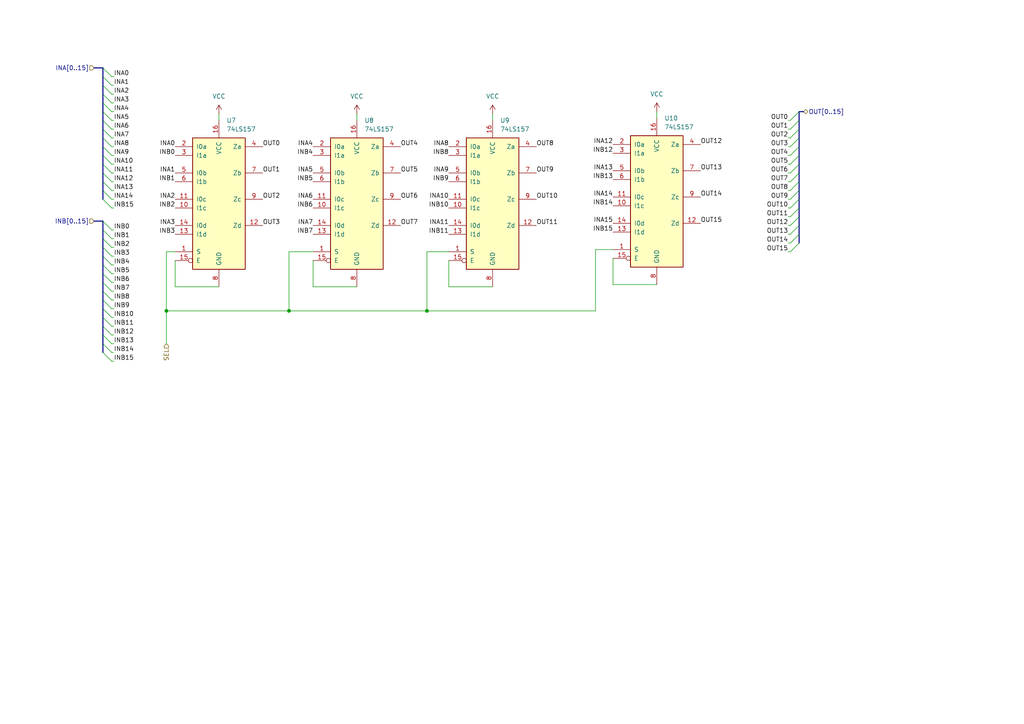
<source format=kicad_sch>
(kicad_sch (version 20231120) (generator "eeschema") (generator_version "8.0")
  (paper "A4")
  (lib_symbols
    (symbol "74xx:74LS157" (pin_names (offset 1.016))
      (property "Reference" "U" (at -7.62 19.05 0))
      (property "Value" "74LS157" (at -7.62 -21.59 0))
      (symbol "74LS157_1_0"
        (pin input line (at -12.7 -15.24 0) (length 5.08) (name "S") (number "1"))
        (pin input line (at -12.7 -2.54 0) (length 5.08) (name "I1c") (number "10"))
        (pin input line (at -12.7 0 0) (length 5.08) (name "I0c") (number "11"))
        (pin output line (at 12.7 -7.62 180) (length 5.08) (name "Zd") (number "12"))
        (pin input line (at -12.7 -10.16 0) (length 5.08) (name "I1d") (number "13"))
        (pin input line (at -12.7 -7.62 0) (length 5.08) (name "I0d") (number "14"))
        (pin input inverted (at -12.7 -17.78 0) (length 5.08) (name "E") (number "15"))
        (pin power_in line (at 0 22.86 270) (length 5.08) (name "VCC") (number "16"))
        (pin input line (at -12.7 15.24 0) (length 5.08) (name "I0a") (number "2"))
        (pin input line (at -12.7 12.7 0) (length 5.08) (name "I1a") (number "3"))
        (pin output line (at 12.7 15.24 180) (length 5.08) (name "Za") (number "4"))
        (pin input line (at -12.7 7.62 0) (length 5.08) (name "I0b") (number "5"))
        (pin input line (at -12.7 5.08 0) (length 5.08) (name "I1b") (number "6"))
        (pin output line (at 12.7 7.62 180) (length 5.08) (name "Zb") (number "7"))
        (pin power_in line (at 0 -25.4 90) (length 5.08) (name "GND") (number "8"))
        (pin output line (at 12.7 0 180) (length 5.08) (name "Zc") (number "9"))
      )
      (symbol "74LS157_1_1"
        (rectangle (start -7.62 17.78) (end 7.62 -20.32) (stroke (width 0.254)) (fill (type background)))
      )
    )
    (symbol "power:VCC" (power) (pin_numbers hide) (pin_names (offset 0) hide)
      (property "Value" "VCC" (at 0 3.556 0))
      (symbol "VCC_0_1"
        (polyline (pts (xy -0.762 1.27) (xy 0 2.54)))
        (polyline (pts (xy 0 0) (xy 0 2.54)))
        (polyline (pts (xy 0 2.54) (xy 0.762 1.27)))
      )
      (symbol "VCC_1_1"
        (pin power_in line (at 0 0 90) (length 0) (name "~") (number "1"))
      )
    )
  )
  (junction (at 123.825 90.17))
  (junction (at 48.26 90.17))
  (junction (at 83.82 90.17))
  (bus_entry (at 231.775 70.485) (size -2.54 2.54))
  (bus_entry (at 29.845 24.765) (size 2.54 2.54))
  (bus_entry (at 29.845 76.835) (size 2.54 2.54))
  (bus_entry (at 231.775 60.325) (size -2.54 2.54))
  (bus_entry (at 231.775 62.865) (size -2.54 2.54))
  (bus_entry (at 29.845 64.135) (size 2.54 2.54))
  (bus_entry (at 231.775 42.545) (size -2.54 2.54))
  (bus_entry (at 29.845 40.005) (size 2.54 2.54))
  (bus_entry (at 29.845 22.225) (size 2.54 2.54))
  (bus_entry (at 29.845 19.685) (size 2.54 2.54))
  (bus_entry (at 231.775 40.005) (size -2.54 2.54))
  (bus_entry (at 29.845 42.545) (size 2.54 2.54))
  (bus_entry (at 29.845 81.915) (size 2.54 2.54))
  (bus_entry (at 29.845 79.375) (size 2.54 2.54))
  (bus_entry (at 231.775 65.405) (size -2.54 2.54))
  (bus_entry (at 231.775 57.785) (size -2.54 2.54))
  (bus_entry (at 29.845 45.085) (size 2.54 2.54))
  (bus_entry (at 29.845 74.295) (size 2.54 2.54))
  (bus_entry (at 29.845 84.455) (size 2.54 2.54))
  (bus_entry (at 29.845 99.695) (size 2.54 2.54))
  (bus_entry (at 231.775 47.625) (size -2.54 2.54))
  (bus_entry (at 29.845 94.615) (size 2.54 2.54))
  (bus_entry (at 29.845 69.215) (size 2.54 2.54))
  (bus_entry (at 29.845 89.535) (size 2.54 2.54))
  (bus_entry (at 29.845 92.075) (size 2.54 2.54))
  (bus_entry (at 29.845 34.925) (size 2.54 2.54))
  (bus_entry (at 231.775 67.945) (size -2.54 2.54))
  (bus_entry (at 29.845 55.245) (size 2.54 2.54))
  (bus_entry (at 29.845 86.995) (size 2.54 2.54))
  (bus_entry (at 231.775 52.705) (size -2.54 2.54))
  (bus_entry (at 29.845 50.165) (size 2.54 2.54))
  (bus_entry (at 231.775 55.245) (size -2.54 2.54))
  (bus_entry (at 29.845 27.305) (size 2.54 2.54))
  (bus_entry (at 231.775 50.165) (size -2.54 2.54))
  (bus_entry (at 231.775 37.465) (size -2.54 2.54))
  (bus_entry (at 29.845 47.625) (size 2.54 2.54))
  (bus_entry (at 29.845 71.755) (size 2.54 2.54))
  (bus_entry (at 29.845 37.465) (size 2.54 2.54))
  (bus_entry (at 231.775 32.385) (size -2.54 2.54))
  (bus_entry (at 29.845 57.785) (size 2.54 2.54))
  (bus_entry (at 29.845 66.675) (size 2.54 2.54))
  (bus_entry (at 29.845 97.155) (size 2.54 2.54))
  (bus_entry (at 231.775 45.085) (size -2.54 2.54))
  (bus_entry (at 29.845 29.845) (size 2.54 2.54))
  (bus_entry (at 29.845 102.235) (size 2.54 2.54))
  (bus_entry (at 29.845 32.385) (size 2.54 2.54))
  (bus_entry (at 29.845 52.705) (size 2.54 2.54))
  (bus_entry (at 231.775 34.925) (size -2.54 2.54))
  (bus (pts (xy 27.305 19.685) (xy 29.845 19.685)))
  (wire (pts (xy 228.6 34.925) (xy 229.235 34.925)))
  (wire (pts (xy 90.805 83.185) (xy 103.505 83.185)))
  (wire (pts (xy 32.385 47.625) (xy 33.02 47.625)))
  (wire (pts (xy 228.6 52.705) (xy 229.235 52.705)))
  (wire (pts (xy 190.5 32.385) (xy 190.5 34.29)))
  (wire (pts (xy 142.875 33.02) (xy 142.875 34.925)))
  (wire (pts (xy 32.385 45.085) (xy 33.02 45.085)))
  (wire (pts (xy 32.385 94.615) (xy 33.02 94.615)))
  (wire (pts (xy 172.72 90.17) (xy 172.72 72.39)))
  (wire (pts (xy 123.825 90.17) (xy 123.825 73.025)))
  (wire (pts (xy 228.6 65.405) (xy 229.235 65.405)))
  (wire (pts (xy 123.825 73.025) (xy 130.175 73.025)))
  (wire (pts (xy 48.26 99.695) (xy 48.26 90.17)))
  (wire (pts (xy 228.6 60.325) (xy 229.235 60.325)))
  (wire (pts (xy 48.26 73.025) (xy 50.8 73.025)))
  (bus (pts (xy 29.845 42.545) (xy 29.845 45.085)))
  (wire (pts (xy 177.8 74.93) (xy 177.8 82.55)))
  (wire (pts (xy 172.72 72.39) (xy 177.8 72.39)))
  (wire (pts (xy 32.385 24.765) (xy 33.02 24.765)))
  (wire (pts (xy 228.6 55.245) (xy 229.235 55.245)))
  (bus (pts (xy 231.775 62.865) (xy 231.775 65.405)))
  (bus (pts (xy 233.045 32.385) (xy 231.775 32.385)))
  (bus (pts (xy 29.845 37.465) (xy 29.845 40.005)))
  (bus (pts (xy 231.775 37.465) (xy 231.775 40.005)))
  (wire (pts (xy 32.385 60.325) (xy 33.02 60.325)))
  (wire (pts (xy 32.385 97.155) (xy 33.02 97.155)))
  (wire (pts (xy 83.82 90.17) (xy 123.825 90.17)))
  (wire (pts (xy 228.6 47.625) (xy 229.235 47.625)))
  (bus (pts (xy 29.845 76.835) (xy 29.845 79.375)))
  (bus (pts (xy 231.775 47.625) (xy 231.775 50.165)))
  (bus (pts (xy 231.775 40.005) (xy 231.775 42.545)))
  (bus (pts (xy 29.845 52.705) (xy 29.845 55.245)))
  (bus (pts (xy 231.775 50.165) (xy 231.775 52.705)))
  (wire (pts (xy 228.6 42.545) (xy 229.235 42.545)))
  (wire (pts (xy 32.385 50.165) (xy 33.02 50.165)))
  (wire (pts (xy 130.175 75.565) (xy 130.175 83.185)))
  (bus (pts (xy 29.845 89.535) (xy 29.845 92.075)))
  (bus (pts (xy 29.845 74.295) (xy 29.845 76.835)))
  (wire (pts (xy 32.385 32.385) (xy 33.02 32.385)))
  (wire (pts (xy 228.6 73.025) (xy 229.235 73.025)))
  (bus (pts (xy 29.845 40.005) (xy 29.845 42.545)))
  (wire (pts (xy 32.385 40.005) (xy 33.02 40.005)))
  (bus (pts (xy 29.845 32.385) (xy 29.845 34.925)))
  (bus (pts (xy 29.845 22.225) (xy 29.845 24.765)))
  (wire (pts (xy 32.385 34.925) (xy 33.02 34.925)))
  (wire (pts (xy 228.6 50.165) (xy 229.235 50.165)))
  (wire (pts (xy 48.26 90.17) (xy 48.26 73.025)))
  (wire (pts (xy 32.385 92.075) (xy 33.02 92.075)))
  (bus (pts (xy 29.845 19.685) (xy 29.845 22.225)))
  (wire (pts (xy 32.385 29.845) (xy 33.02 29.845)))
  (bus (pts (xy 231.775 32.385) (xy 231.775 34.925)))
  (bus (pts (xy 29.845 84.455) (xy 29.845 86.995)))
  (bus (pts (xy 29.845 97.155) (xy 29.845 99.695)))
  (bus (pts (xy 231.775 65.405) (xy 231.775 67.945)))
  (wire (pts (xy 228.6 45.085) (xy 229.235 45.085)))
  (wire (pts (xy 228.6 62.865) (xy 229.235 62.865)))
  (bus (pts (xy 29.845 81.915) (xy 29.845 84.455)))
  (wire (pts (xy 123.825 90.17) (xy 172.72 90.17)))
  (bus (pts (xy 29.845 69.215) (xy 29.845 71.755)))
  (bus (pts (xy 29.845 66.675) (xy 29.845 69.215)))
  (bus (pts (xy 231.775 55.245) (xy 231.775 57.785)))
  (wire (pts (xy 32.385 57.785) (xy 33.02 57.785)))
  (wire (pts (xy 130.175 83.185) (xy 142.875 83.185)))
  (wire (pts (xy 32.385 89.535) (xy 33.02 89.535)))
  (wire (pts (xy 50.8 75.565) (xy 50.8 83.185)))
  (wire (pts (xy 177.8 82.55) (xy 190.5 82.55)))
  (wire (pts (xy 32.385 104.775) (xy 33.02 104.775)))
  (wire (pts (xy 90.805 75.565) (xy 90.805 83.185)))
  (bus (pts (xy 231.775 34.925) (xy 231.775 37.465)))
  (wire (pts (xy 228.6 40.005) (xy 229.235 40.005)))
  (bus (pts (xy 29.845 34.925) (xy 29.845 37.465)))
  (bus (pts (xy 29.845 64.135) (xy 29.845 66.675)))
  (bus (pts (xy 231.775 45.085) (xy 231.775 47.625)))
  (wire (pts (xy 32.385 42.545) (xy 33.02 42.545)))
  (bus (pts (xy 29.845 29.845) (xy 29.845 32.385)))
  (bus (pts (xy 29.845 94.615) (xy 29.845 97.155)))
  (bus (pts (xy 231.775 57.785) (xy 231.775 60.325)))
  (bus (pts (xy 29.845 79.375) (xy 29.845 81.915)))
  (wire (pts (xy 32.385 37.465) (xy 33.02 37.465)))
  (wire (pts (xy 228.6 57.785) (xy 229.235 57.785)))
  (wire (pts (xy 32.385 66.675) (xy 33.02 66.675)))
  (bus (pts (xy 29.845 47.625) (xy 29.845 50.165)))
  (wire (pts (xy 32.385 52.705) (xy 33.02 52.705)))
  (bus (pts (xy 29.845 92.075) (xy 29.845 94.615)))
  (bus (pts (xy 29.845 45.085) (xy 29.845 47.625)))
  (bus (pts (xy 231.775 52.705) (xy 231.775 55.245)))
  (bus (pts (xy 29.845 24.765) (xy 29.845 27.305)))
  (bus (pts (xy 231.775 67.945) (xy 231.775 70.485)))
  (wire (pts (xy 32.385 55.245) (xy 33.02 55.245)))
  (wire (pts (xy 48.26 90.17) (xy 83.82 90.17)))
  (wire (pts (xy 32.385 81.915) (xy 33.02 81.915)))
  (wire (pts (xy 32.385 84.455) (xy 33.02 84.455)))
  (wire (pts (xy 228.6 70.485) (xy 229.235 70.485)))
  (bus (pts (xy 29.845 99.695) (xy 29.845 102.235)))
  (bus (pts (xy 29.845 86.995) (xy 29.845 89.535)))
  (bus (pts (xy 29.845 50.165) (xy 29.845 52.705)))
  (wire (pts (xy 228.6 37.465) (xy 229.235 37.465)))
  (wire (pts (xy 83.82 73.025) (xy 90.805 73.025)))
  (wire (pts (xy 228.6 67.945) (xy 229.235 67.945)))
  (bus (pts (xy 27.305 64.135) (xy 29.845 64.135)))
  (bus (pts (xy 231.775 60.325) (xy 231.775 62.865)))
  (bus (pts (xy 29.845 27.305) (xy 29.845 29.845)))
  (wire (pts (xy 83.82 90.17) (xy 83.82 73.025)))
  (bus (pts (xy 29.845 71.755) (xy 29.845 74.295)))
  (wire (pts (xy 32.385 79.375) (xy 33.02 79.375)))
  (wire (pts (xy 32.385 76.835) (xy 33.02 76.835)))
  (wire (pts (xy 103.505 33.02) (xy 103.505 34.925)))
  (wire (pts (xy 32.385 74.295) (xy 33.02 74.295)))
  (wire (pts (xy 32.385 102.235) (xy 33.02 102.235)))
  (wire (pts (xy 32.385 27.305) (xy 33.02 27.305)))
  (wire (pts (xy 32.385 99.695) (xy 33.02 99.695)))
  (wire (pts (xy 63.5 33.02) (xy 63.5 34.925)))
  (wire (pts (xy 32.385 86.995) (xy 33.02 86.995)))
  (wire (pts (xy 32.385 71.755) (xy 33.02 71.755)))
  (bus (pts (xy 29.845 55.245) (xy 29.845 57.785)))
  (wire (pts (xy 32.385 22.225) (xy 33.02 22.225)))
  (bus (pts (xy 231.775 42.545) (xy 231.775 45.085)))
  (wire (pts (xy 32.385 69.215) (xy 33.02 69.215)))
  (wire (pts (xy 50.8 83.185) (xy 63.5 83.185)))
  (label "OUT9" (at 228.6 57.785 180))
  (label "INA6" (at 33.02 37.465 0))
  (label "INB11" (at 130.175 67.945 180))
  (label "OUT4" (at 116.205 42.545 0))
  (label "INB7" (at 90.805 67.945 180))
  (label "OUT10" (at 228.6 60.325 180))
  (label "INA5" (at 33.02 34.925 0))
  (label "INA11" (at 130.175 65.405 180))
  (label "OUT5" (at 116.205 50.165 0))
  (label "OUT1" (at 76.2 50.165 0))
  (label "INB8" (at 33.02 86.995 0))
  (label "INB4" (at 33.02 76.835 0))
  (label "OUT0" (at 76.2 42.545 0))
  (label "INB1" (at 33.02 69.215 0))
  (label "INA5" (at 90.805 50.165 180))
  (label "INA9" (at 130.175 50.165 180))
  (label "INB3" (at 33.02 74.295 0))
  (label "INA10" (at 130.175 57.785 180))
  (label "OUT15" (at 203.2 64.77 0))
  (label "INB6" (at 33.02 81.915 0))
  (label "INB1" (at 50.8 52.705 180))
  (label "INB0" (at 50.8 45.085 180))
  (label "INA1" (at 50.8 50.165 180))
  (label "OUT15" (at 228.6 73.025 180))
  (label "INA13" (at 33.02 55.245 0))
  (label "INA0" (at 50.8 42.545 180))
  (label "INA10" (at 33.02 47.625 0))
  (label "OUT6" (at 228.6 50.165 180))
  (label "INB3" (at 50.8 67.945 180))
  (label "INB5" (at 33.02 79.375 0))
  (label "INB13" (at 177.8 52.07 180))
  (label "INB11" (at 33.02 94.615 0))
  (label "OUT6" (at 116.205 57.785 0))
  (label "OUT10" (at 155.575 57.785 0))
  (label "INA4" (at 33.02 32.385 0))
  (label "OUT11" (at 228.6 62.865 180))
  (label "INA12" (at 177.8 41.91 180))
  (label "INA14" (at 177.8 57.15 180))
  (label "INB14" (at 33.02 102.235 0))
  (label "INB8" (at 130.175 45.085 180))
  (label "INB5" (at 90.805 52.705 180))
  (label "OUT5" (at 228.6 47.625 180))
  (label "OUT8" (at 228.6 55.245 180))
  (label "OUT11" (at 155.575 65.405 0))
  (label "INB2" (at 50.8 60.325 180))
  (label "OUT12" (at 203.2 41.91 0))
  (label "OUT7" (at 116.205 65.405 0))
  (label "INB4" (at 90.805 45.085 180))
  (label "INB15" (at 177.8 67.31 180))
  (label "INA3" (at 50.8 65.405 180))
  (label "INB14" (at 177.8 59.69 180))
  (label "INB2" (at 33.02 71.755 0))
  (label "INB6" (at 90.805 60.325 180))
  (label "INA0" (at 33.02 22.225 0))
  (label "OUT12" (at 228.6 65.405 180))
  (label "OUT13" (at 228.6 67.945 180))
  (label "INB12" (at 33.02 97.155 0))
  (label "INA8" (at 130.175 42.545 180))
  (label "INA7" (at 90.805 65.405 180))
  (label "INB10" (at 33.02 92.075 0))
  (label "OUT9" (at 155.575 50.165 0))
  (label "OUT13" (at 203.2 49.53 0))
  (label "INB15" (at 33.02 104.775 0))
  (label "INB12" (at 177.8 44.45 180))
  (label "INA12" (at 33.02 52.705 0))
  (label "INB9" (at 33.02 89.535 0))
  (label "INA6" (at 90.805 57.785 180))
  (label "OUT1" (at 228.6 37.465 180))
  (label "OUT2" (at 76.2 57.785 0))
  (label "INB7" (at 33.02 84.455 0))
  (label "OUT7" (at 228.6 52.705 180))
  (label "INB13" (at 33.02 99.695 0))
  (label "INA4" (at 90.805 42.545 180))
  (label "OUT14" (at 228.6 70.485 180))
  (label "INA11" (at 33.02 50.165 0))
  (label "OUT2" (at 228.6 40.005 180))
  (label "INB9" (at 130.175 52.705 180))
  (label "INA1" (at 33.02 24.765 0))
  (label "OUT14" (at 203.2 57.15 0))
  (label "INA7" (at 33.02 40.005 0))
  (label "INA2" (at 33.02 27.305 0))
  (label "INA14" (at 33.02 57.785 0))
  (label "INB0" (at 33.02 66.675 0))
  (label "INA9" (at 33.02 45.085 0))
  (label "OUT3" (at 76.2 65.405 0))
  (label "INA3" (at 33.02 29.845 0))
  (label "INA15" (at 177.8 64.77 180))
  (label "INA13" (at 177.8 49.53 180))
  (label "OUT4" (at 228.6 45.085 180))
  (label "OUT8" (at 155.575 42.545 0))
  (label "INA8" (at 33.02 42.545 0))
  (label "INA2" (at 50.8 57.785 180))
  (label "INB15" (at 33.02 60.325 0))
  (label "OUT3" (at 228.6 42.545 180))
  (label "INB10" (at 130.175 60.325 180))
  (label "OUT0" (at 228.6 34.925 180))
  (hierarchical_label "INB[0..15]" (shape input) (at 27.305 64.135 180))
  (hierarchical_label "SEL" (shape input) (at 48.26 99.695 270))
  (hierarchical_label "OUT[0..15]" (shape bidirectional) (at 233.045 32.385 0))
  (hierarchical_label "INA[0..15]" (shape input) (at 27.305 19.685 180))
  (symbol (lib_id "power:VCC") (at 103.505 33.02 0) (unit 1)
    (property "Reference" "#PWR014" (effects (hide yes)))
    (property "Value" "VCC" (at 103.505 27.94 0))
    (property "Description" "Power symbol creates a global label with name \"VCC\"" (effects (hide yes)))
    (instances (project "AOS16 Double Buffer" (path "" (reference "#PWR014") (unit 1)) (path "" (reference "#PWR08") (unit 1)) (path "" (reference "#PWR024") (unit 1)) (path "" (reference "#PWR018") (unit 1))))
  )
  (symbol (lib_id "74xx:74LS157") (at 142.875 57.785 0) (unit 1)
    (property "Reference" "U9" (at 145.0691 34.925 0) (effects (justify left)))
    (property "Value" "74LS157" (at 145.0691 37.465 0) (effects (justify left)))
    (property "Footprint" "Package_DIP:DIP-16_W7.62mm" (effects (hide yes)))
    (property "Datasheet" "http://www.ti.com/lit/gpn/sn74LS157" (effects (hide yes)))
    (property "Description" "Quad 2 to 1 line Multiplexer" (effects (hide yes)))
    (instances (project "AOS16 Double Buffer" (path "" (reference "U9") (unit 1)) (path "" (reference "U5") (unit 1)) (path "" (reference "U17") (unit 1)) (path "" (reference "U13") (unit 1))))
  )
  (symbol (lib_id "74xx:74LS157") (at 190.5 57.15 0) (unit 1)
    (property "Reference" "U10" (at 192.6941 34.29 0) (effects (justify left)))
    (property "Value" "74LS157" (at 192.6941 36.83 0) (effects (justify left)))
    (property "Footprint" "Package_DIP:DIP-16_W7.62mm" (effects (hide yes)))
    (property "Datasheet" "http://www.ti.com/lit/gpn/sn74LS157" (effects (hide yes)))
    (property "Description" "Quad 2 to 1 line Multiplexer" (effects (hide yes)))
    (instances (project "AOS16 Double Buffer" (path "" (reference "U10") (unit 1)) (path "" (reference "U6") (unit 1)) (path "" (reference "U18") (unit 1)) (path "" (reference "U14") (unit 1))))
  )
  (symbol (lib_id "power:VCC") (at 63.5 33.02 0) (unit 1)
    (property "Reference" "#PWR013" (effects (hide yes)))
    (property "Value" "VCC" (at 63.5 27.94 0))
    (property "Description" "Power symbol creates a global label with name \"VCC\"" (effects (hide yes)))
    (instances (project "AOS16 Double Buffer" (path "" (reference "#PWR013") (unit 1)) (path "" (reference "#PWR07") (unit 1)) (path "" (reference "#PWR023") (unit 1)) (path "" (reference "#PWR017") (unit 1))))
  )
  (symbol (lib_id "power:VCC") (at 142.875 33.02 0) (unit 1)
    (property "Reference" "#PWR015" (effects (hide yes)))
    (property "Value" "VCC" (at 142.875 27.94 0))
    (property "Description" "Power symbol creates a global label with name \"VCC\"" (effects (hide yes)))
    (instances (project "AOS16 Double Buffer" (path "" (reference "#PWR015") (unit 1)) (path "" (reference "#PWR09") (unit 1)) (path "" (reference "#PWR025") (unit 1)) (path "" (reference "#PWR019") (unit 1))))
  )
  (symbol (lib_id "74xx:74LS157") (at 63.5 57.785 0) (unit 1)
    (property "Reference" "U7" (at 65.6941 34.925 0) (effects (justify left)))
    (property "Value" "74LS157" (at 65.6941 37.465 0) (effects (justify left)))
    (property "Footprint" "Package_DIP:DIP-16_W7.62mm" (effects (hide yes)))
    (property "Datasheet" "http://www.ti.com/lit/gpn/sn74LS157" (effects (hide yes)))
    (property "Description" "Quad 2 to 1 line Multiplexer" (effects (hide yes)))
    (instances (project "AOS16 Double Buffer" (path "" (reference "U7") (unit 1)) (path "" (reference "U3") (unit 1)) (path "" (reference "U15") (unit 1)) (path "" (reference "U11") (unit 1))))
  )
  (symbol (lib_id "power:VCC") (at 190.5 32.385 0) (unit 1)
    (property "Reference" "#PWR016" (effects (hide yes)))
    (property "Value" "VCC" (at 190.5 27.305 0))
    (property "Description" "Power symbol creates a global label with name \"VCC\"" (effects (hide yes)))
    (instances (project "AOS16 Double Buffer" (path "" (reference "#PWR016") (unit 1)) (path "" (reference "#PWR010") (unit 1)) (path "" (reference "#PWR026") (unit 1)) (path "" (reference "#PWR020") (unit 1))))
  )
  (symbol (lib_id "74xx:74LS157") (at 103.505 57.785 0) (unit 1)
    (property "Reference" "U8" (at 105.6991 34.925 0) (effects (justify left)))
    (property "Value" "74LS157" (at 105.6991 37.465 0) (effects (justify left)))
    (property "Footprint" "Package_DIP:DIP-16_W7.62mm" (effects (hide yes)))
    (property "Datasheet" "http://www.ti.com/lit/gpn/sn74LS157" (effects (hide yes)))
    (property "Description" "Quad 2 to 1 line Multiplexer" (effects (hide yes)))
    (instances (project "AOS16 Double Buffer" (path "" (reference "U8") (unit 1)) (path "" (reference "U4") (unit 1)) (path "" (reference "U16") (unit 1)) (path "" (reference "U12") (unit 1))))
  )
)
</source>
